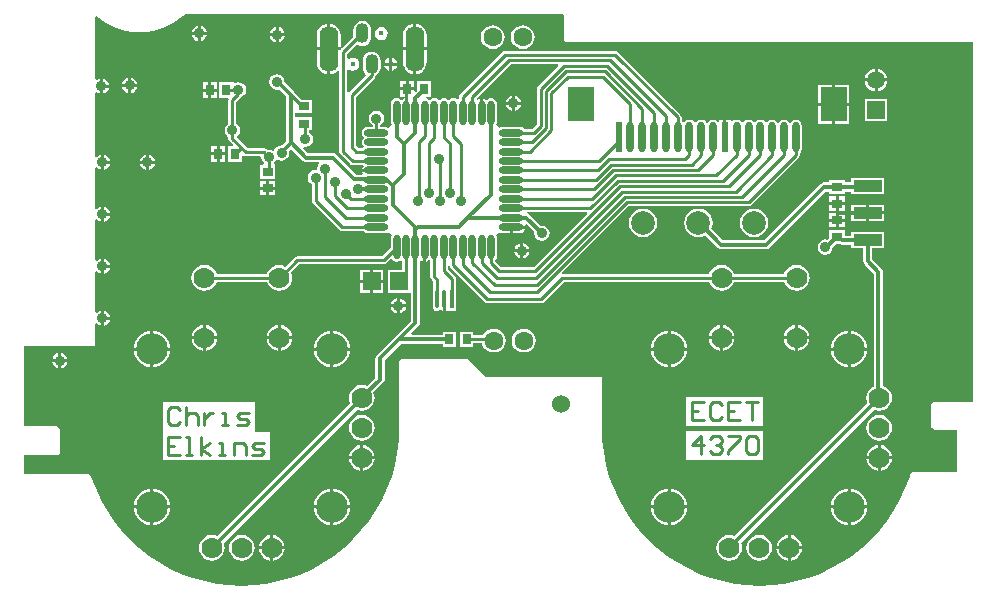
<source format=gtl>
%FSAX24Y24*%
%MOIN*%
G70*
G01*
G75*
G04 Layer_Physical_Order=1*
G04 Layer_Color=255*
%ADD10R,0.0600X0.0600*%
%ADD11R,0.0276X0.0354*%
%ADD12R,0.0354X0.0276*%
%ADD13R,0.0315X0.0354*%
%ADD14R,0.0354X0.0315*%
%ADD15R,0.0866X0.1142*%
%ADD16R,0.0236X0.1024*%
%ADD17O,0.0236X0.1024*%
%ADD18R,0.0118X0.0630*%
%ADD19O,0.0118X0.0630*%
%ADD20R,0.0945X0.1299*%
%ADD21R,0.0945X0.0394*%
%ADD22O,0.0807X0.0236*%
%ADD23O,0.0236X0.0807*%
%ADD24C,0.0139*%
%ADD25C,0.0100*%
%ADD26R,0.0630X0.1181*%
%ADD27R,0.1075X0.1126*%
%ADD28R,0.1299X0.1654*%
%ADD29C,0.0787*%
%ADD30O,0.0591X0.0866*%
%ADD31C,0.0600*%
%ADD32C,0.0630*%
%ADD33C,0.0700*%
%ADD34C,0.1057*%
%ADD35R,0.0591X0.0591*%
%ADD36C,0.0591*%
%ADD37O,0.0433X0.0669*%
%ADD38C,0.0157*%
%ADD39O,0.0630X0.1535*%
%ADD40C,0.0350*%
G36*
X019097Y019570D02*
Y018791D01*
X019107Y018741D01*
X019136Y018699D01*
X019178Y018670D01*
X019228Y018660D01*
X032719D01*
Y006679D01*
X031472D01*
X031422Y006669D01*
X031380Y006640D01*
X031351Y006597D01*
X031341Y006547D01*
X031341Y006547D01*
X031341Y006547D01*
Y005878D01*
X031341Y005878D01*
X031341D01*
X031351Y005828D01*
X031380Y005785D01*
X031422Y005757D01*
X031472Y005747D01*
X032207D01*
Y004316D01*
X030831D01*
X030816Y004326D01*
X030766Y004336D01*
X030716Y004326D01*
X030673Y004298D01*
X030645Y004255D01*
X030643Y004246D01*
X030640Y004244D01*
X030640D01*
X030622Y004178D01*
X030479Y003790D01*
X030306Y003415D01*
X030104Y003055D01*
X029874Y002711D01*
X029619Y002387D01*
X029338Y002083D01*
X029035Y001803D01*
X028710Y001547D01*
X028367Y001318D01*
X028006Y001116D01*
X027631Y000943D01*
X027244Y000800D01*
X026846Y000688D01*
X026441Y000607D01*
X026031Y000559D01*
X025618Y000542D01*
X025205Y000559D01*
X024795Y000607D01*
X024390Y000688D01*
X023992Y000800D01*
X023604Y000943D01*
X023229Y001116D01*
X022869Y001318D01*
X022525Y001547D01*
X022201Y001803D01*
X021898Y002083D01*
X021617Y002387D01*
X021361Y002711D01*
X021132Y003055D01*
X020930Y003415D01*
X020757Y003790D01*
X020614Y004178D01*
X020502Y004576D01*
X020421Y004981D01*
X020373Y005391D01*
X020361Y005684D01*
X020359Y005684D01*
X020352Y005718D01*
X020354Y005720D01*
X020354D01*
Y007492D01*
X018102D01*
X018097Y007495D01*
X018047Y007505D01*
X016487D01*
X015935Y008057D01*
X015893Y008086D01*
X015843Y008096D01*
X013736D01*
X013686Y008086D01*
X013643Y008057D01*
X013615Y008015D01*
X013605Y007965D01*
Y005799D01*
X013609Y005780D01*
X013593Y005389D01*
X013545Y004979D01*
X013464Y004574D01*
X013352Y004176D01*
X013209Y003788D01*
X013036Y003413D01*
X012834Y003053D01*
X012605Y002709D01*
X012349Y002385D01*
X012069Y002082D01*
X011765Y001801D01*
X011441Y001545D01*
X011097Y001316D01*
X010737Y001114D01*
X010362Y000941D01*
X009974Y000798D01*
X009576Y000686D01*
X009171Y000605D01*
X008761Y000557D01*
X008348Y000541D01*
X007935Y000557D01*
X007525Y000605D01*
X007120Y000686D01*
X006722Y000798D01*
X006335Y000941D01*
X005960Y001114D01*
X005599Y001316D01*
X005256Y001545D01*
X004931Y001801D01*
X004628Y002082D01*
X004348Y002385D01*
X004092Y002709D01*
X003862Y003053D01*
X003660Y003413D01*
X003487Y003788D01*
X003344Y004176D01*
X003342Y004184D01*
X003342D01*
X003342Y004184D01*
X003340Y004194D01*
X003311Y004237D01*
X003269Y004265D01*
X003219Y004275D01*
X003216Y004275D01*
X003205Y004277D01*
X001092D01*
Y004881D01*
X002181D01*
X002231Y004891D01*
X002274Y004919D01*
X002302Y004962D01*
X002312Y005012D01*
X002312Y005012D01*
X002312Y005012D01*
Y005012D01*
Y005720D01*
X002302Y005771D01*
X002274Y005813D01*
X002231Y005842D01*
X002181Y005852D01*
X001092D01*
Y008516D01*
X003480D01*
Y009273D01*
X003527Y009287D01*
X003534Y009278D01*
X003618Y009222D01*
X003667Y009212D01*
Y009461D01*
Y009709D01*
X003618Y009700D01*
X003534Y009644D01*
X003527Y009634D01*
X003480Y009649D01*
Y011005D01*
X003527Y011019D01*
X003534Y011010D01*
X003618Y010954D01*
X003667Y010944D01*
Y011193D01*
Y011442D01*
X003618Y011432D01*
X003534Y011376D01*
X003527Y011367D01*
X003480Y011381D01*
Y012737D01*
X003527Y012752D01*
X003534Y012742D01*
X003618Y012686D01*
X003667Y012676D01*
Y012925D01*
Y013174D01*
X003618Y013164D01*
X003534Y013108D01*
X003527Y013099D01*
X003480Y013113D01*
Y014470D01*
X003527Y014484D01*
X003534Y014475D01*
X003618Y014418D01*
X003667Y014409D01*
Y014657D01*
Y014906D01*
X003618Y014897D01*
X003534Y014840D01*
X003527Y014831D01*
X003480Y014845D01*
Y016974D01*
X003524Y016997D01*
X003582Y016958D01*
X003631Y016948D01*
Y017197D01*
Y017446D01*
X003582Y017436D01*
X003524Y017397D01*
X003480Y017420D01*
Y019499D01*
X003525Y019520D01*
X003604Y019450D01*
X003846Y019289D01*
X004107Y019160D01*
X004382Y019067D01*
X004667Y019010D01*
X004957Y018991D01*
X005247Y019010D01*
X005532Y019067D01*
X005807Y019160D01*
X006067Y019289D01*
X006309Y019450D01*
X006485Y019605D01*
X019062Y019605D01*
X019097Y019570D01*
D02*
G37*
%LPC*%
G36*
X005412Y009030D02*
Y008474D01*
X005968D01*
X005961Y008543D01*
X005926Y008658D01*
X005870Y008763D01*
X005794Y008856D01*
X005701Y008932D01*
X005596Y008988D01*
X005481Y009023D01*
X005412Y009030D01*
D02*
G37*
G36*
X011312D02*
X011243Y009023D01*
X011129Y008988D01*
X011023Y008932D01*
X010931Y008856D01*
X010855Y008763D01*
X010798Y008658D01*
X010764Y008543D01*
X010757Y008474D01*
X011312D01*
Y009030D01*
D02*
G37*
G36*
X005312D02*
X005243Y009023D01*
X005129Y008988D01*
X005023Y008932D01*
X004931Y008856D01*
X004855Y008763D01*
X004798Y008658D01*
X004764Y008543D01*
X004757Y008474D01*
X005312D01*
Y009030D01*
D02*
G37*
G36*
X027282Y008749D02*
X026906D01*
Y008373D01*
X026968Y008382D01*
X027073Y008425D01*
X027162Y008493D01*
X027231Y008583D01*
X027274Y008687D01*
X027282Y008749D01*
D02*
G37*
G36*
X026806D02*
X026430D01*
X026439Y008687D01*
X026482Y008583D01*
X026551Y008493D01*
X026640Y008425D01*
X026744Y008382D01*
X026806Y008373D01*
Y008749D01*
D02*
G37*
G36*
X011412Y009030D02*
Y008474D01*
X011968D01*
X011961Y008543D01*
X011926Y008658D01*
X011870Y008763D01*
X011794Y008856D01*
X011701Y008932D01*
X011596Y008988D01*
X011481Y009023D01*
X011412Y009030D01*
D02*
G37*
G36*
X028656D02*
Y008474D01*
X029212D01*
X029205Y008543D01*
X029170Y008658D01*
X029114Y008763D01*
X029038Y008856D01*
X028945Y008932D01*
X028840Y008988D01*
X028725Y009023D01*
X028656Y009030D01*
D02*
G37*
G36*
X007062Y009225D02*
X007000Y009217D01*
X006896Y009174D01*
X006806Y009105D01*
X006738Y009015D01*
X006694Y008911D01*
X006686Y008849D01*
X007062D01*
Y009225D01*
D02*
G37*
G36*
X028556Y009030D02*
X028487Y009023D01*
X028373Y008988D01*
X028267Y008932D01*
X028175Y008856D01*
X028099Y008763D01*
X028042Y008658D01*
X028008Y008543D01*
X028001Y008474D01*
X028556D01*
Y009030D01*
D02*
G37*
G36*
X022556D02*
X022487Y009023D01*
X022373Y008988D01*
X022267Y008932D01*
X022175Y008856D01*
X022099Y008763D01*
X022042Y008658D01*
X022008Y008543D01*
X022001Y008474D01*
X022556D01*
Y009030D01*
D02*
G37*
G36*
X022656D02*
Y008474D01*
X023212D01*
X023205Y008543D01*
X023170Y008658D01*
X023114Y008763D01*
X023038Y008856D01*
X022945Y008932D01*
X022840Y008988D01*
X022725Y009023D01*
X022656Y009030D01*
D02*
G37*
G36*
X024782Y008749D02*
X024406D01*
Y008373D01*
X024468Y008382D01*
X024573Y008425D01*
X024662Y008493D01*
X024731Y008583D01*
X024774Y008687D01*
X024782Y008749D01*
D02*
G37*
G36*
X002249Y008292D02*
X002200Y008282D01*
X002116Y008226D01*
X002060Y008142D01*
X002050Y008093D01*
X002249D01*
Y008292D01*
D02*
G37*
G36*
X002349D02*
Y008093D01*
X002548D01*
X002538Y008142D01*
X002482Y008226D01*
X002398Y008282D01*
X002349Y008292D01*
D02*
G37*
G36*
X029212Y008374D02*
X028656D01*
Y007819D01*
X028725Y007826D01*
X028840Y007860D01*
X028945Y007917D01*
X029038Y007993D01*
X029114Y008085D01*
X029170Y008191D01*
X029205Y008305D01*
X029212Y008374D01*
D02*
G37*
G36*
X023212D02*
X022656D01*
Y007819D01*
X022725Y007826D01*
X022840Y007860D01*
X022945Y007917D01*
X023038Y007993D01*
X023114Y008085D01*
X023170Y008191D01*
X023205Y008305D01*
X023212Y008374D01*
D02*
G37*
G36*
X028556D02*
X028001D01*
X028008Y008305D01*
X028042Y008191D01*
X028099Y008085D01*
X028175Y007993D01*
X028267Y007917D01*
X028373Y007860D01*
X028487Y007826D01*
X028556Y007819D01*
Y008374D01*
D02*
G37*
G36*
X017760Y009110D02*
X017657Y009096D01*
X017561Y009056D01*
X017479Y008993D01*
X017416Y008911D01*
X017376Y008815D01*
X017363Y008713D01*
X017376Y008610D01*
X017416Y008514D01*
X017479Y008432D01*
X017561Y008369D01*
X017657Y008329D01*
X017760Y008316D01*
X017863Y008329D01*
X017958Y008369D01*
X018041Y008432D01*
X018104Y008514D01*
X018143Y008610D01*
X018157Y008713D01*
X018143Y008815D01*
X018104Y008911D01*
X018041Y008993D01*
X017958Y009056D01*
X017863Y009096D01*
X017760Y009110D01*
D02*
G37*
G36*
X010038Y008749D02*
X009662D01*
Y008373D01*
X009724Y008382D01*
X009828Y008425D01*
X009918Y008493D01*
X009987Y008583D01*
X010030Y008687D01*
X010038Y008749D01*
D02*
G37*
G36*
X024306D02*
X023930D01*
X023939Y008687D01*
X023982Y008583D01*
X024051Y008493D01*
X024140Y008425D01*
X024244Y008382D01*
X024306Y008373D01*
Y008749D01*
D02*
G37*
G36*
X009562D02*
X009186D01*
X009194Y008687D01*
X009238Y008583D01*
X009306Y008493D01*
X009396Y008425D01*
X009500Y008382D01*
X009562Y008373D01*
Y008749D01*
D02*
G37*
G36*
X007062D02*
X006686D01*
X006694Y008687D01*
X006738Y008583D01*
X006806Y008493D01*
X006896Y008425D01*
X007000Y008382D01*
X007062Y008373D01*
Y008749D01*
D02*
G37*
G36*
X007538D02*
X007162D01*
Y008373D01*
X007224Y008382D01*
X007328Y008425D01*
X007418Y008493D01*
X007487Y008583D01*
X007530Y008687D01*
X007538Y008749D01*
D02*
G37*
G36*
X013072Y010631D02*
X012743D01*
Y010302D01*
X013072D01*
Y010631D01*
D02*
G37*
G36*
X012643Y011060D02*
X012314D01*
Y010731D01*
X012643D01*
Y011060D01*
D02*
G37*
G36*
Y010631D02*
X012314D01*
Y010302D01*
X012643D01*
Y010631D01*
D02*
G37*
G36*
X013529Y010123D02*
X013480Y010113D01*
X013396Y010057D01*
X013340Y009973D01*
X013330Y009924D01*
X013529D01*
Y010123D01*
D02*
G37*
G36*
X013629D02*
Y009924D01*
X013828D01*
X013818Y009973D01*
X013762Y010057D01*
X013678Y010113D01*
X013629Y010123D01*
D02*
G37*
G36*
X013072Y011060D02*
X012743D01*
Y010731D01*
X013072D01*
Y011060D01*
D02*
G37*
G36*
X021732Y013114D02*
X021609Y013098D01*
X021494Y013050D01*
X021395Y012975D01*
X021320Y012876D01*
X021272Y012761D01*
X021256Y012638D01*
X021272Y012514D01*
X021320Y012400D01*
X021395Y012301D01*
X021494Y012225D01*
X021609Y012178D01*
X021732Y012161D01*
X021856Y012178D01*
X021971Y012225D01*
X022069Y012301D01*
X022145Y012400D01*
X022193Y012514D01*
X022209Y012638D01*
X022193Y012761D01*
X022145Y012876D01*
X022069Y012975D01*
X021971Y013050D01*
X021856Y013098D01*
X021732Y013114D01*
D02*
G37*
G36*
X025433D02*
X025310Y013098D01*
X025195Y013050D01*
X025096Y012975D01*
X025020Y012876D01*
X024973Y012761D01*
X024957Y012638D01*
X024973Y012514D01*
X025020Y012400D01*
X025096Y012301D01*
X025195Y012225D01*
X025310Y012178D01*
X025433Y012161D01*
X025556Y012178D01*
X025671Y012225D01*
X025770Y012301D01*
X025846Y012400D01*
X025893Y012514D01*
X025910Y012638D01*
X025893Y012761D01*
X025846Y012876D01*
X025770Y012975D01*
X025671Y013050D01*
X025556Y013098D01*
X025433Y013114D01*
D02*
G37*
G36*
X028461Y012413D02*
X027949D01*
Y012135D01*
X027881Y012068D01*
X027811Y012082D01*
X027712Y012062D01*
X027628Y012006D01*
X027572Y011922D01*
X027552Y011823D01*
X027572Y011724D01*
X027628Y011640D01*
X027712Y011584D01*
X027811Y011564D01*
X027910Y011584D01*
X027994Y011640D01*
X028050Y011724D01*
X028070Y011823D01*
X028069Y011827D01*
X028183Y011941D01*
X028272D01*
X028304Y011919D01*
X028314Y011917D01*
X028362Y011908D01*
X028362Y011908D01*
X028677D01*
Y011783D01*
X029077D01*
Y011350D01*
X029077Y011350D01*
X029087Y011302D01*
X029089Y011292D01*
X029121Y011243D01*
X029121Y011243D01*
X029121Y011243D01*
Y011243D01*
X029431Y010933D01*
Y007191D01*
X029390Y007174D01*
X029301Y007105D01*
X029232Y007015D01*
X029189Y006911D01*
X029174Y006799D01*
X029189Y006687D01*
X029215Y006622D01*
X024783Y002190D01*
X024718Y002217D01*
X024606Y002232D01*
X024494Y002217D01*
X024390Y002174D01*
X024301Y002105D01*
X024232Y002015D01*
X024189Y001911D01*
X024174Y001799D01*
X024189Y001687D01*
X024232Y001583D01*
X024301Y001493D01*
X024390Y001425D01*
X024494Y001381D01*
X024606Y001367D01*
X024718Y001381D01*
X024823Y001425D01*
X024912Y001493D01*
X024981Y001583D01*
X025024Y001687D01*
X025039Y001799D01*
X025024Y001911D01*
X024997Y001976D01*
X029429Y006408D01*
X029494Y006381D01*
X029606Y006367D01*
X029718Y006381D01*
X029823Y006425D01*
X029912Y006493D01*
X029981Y006583D01*
X030024Y006687D01*
X030039Y006799D01*
X030024Y006911D01*
X029981Y007015D01*
X029912Y007105D01*
X029823Y007174D01*
X029734Y007210D01*
Y010996D01*
X029734Y010996D01*
X029722Y011054D01*
X029712Y011070D01*
X029690Y011103D01*
X029690Y011103D01*
X029380Y011413D01*
Y011783D01*
X029780D01*
Y012335D01*
X028677D01*
Y012210D01*
X028461D01*
Y012413D01*
D02*
G37*
G36*
X003965Y011143D02*
X003767D01*
Y010944D01*
X003816Y010954D01*
X003899Y011010D01*
X003956Y011094D01*
X003965Y011143D01*
D02*
G37*
G36*
X003767Y011442D02*
Y011243D01*
X003965D01*
X003956Y011292D01*
X003899Y011376D01*
X003816Y011432D01*
X003767Y011442D01*
D02*
G37*
G36*
X013828Y009824D02*
X013629D01*
Y009625D01*
X013678Y009635D01*
X013762Y009691D01*
X013818Y009775D01*
X013828Y009824D01*
D02*
G37*
G36*
X024306Y009225D02*
X024244Y009217D01*
X024140Y009174D01*
X024051Y009105D01*
X023982Y009015D01*
X023939Y008911D01*
X023930Y008849D01*
X024306D01*
Y009225D01*
D02*
G37*
G36*
X024406D02*
Y008849D01*
X024782D01*
X024774Y008911D01*
X024731Y009015D01*
X024662Y009105D01*
X024573Y009174D01*
X024468Y009217D01*
X024406Y009225D01*
D02*
G37*
G36*
X009662D02*
Y008849D01*
X010038D01*
X010030Y008911D01*
X009987Y009015D01*
X009918Y009105D01*
X009828Y009174D01*
X009724Y009217D01*
X009662Y009225D01*
D02*
G37*
G36*
X007162D02*
Y008849D01*
X007538D01*
X007530Y008911D01*
X007487Y009015D01*
X007418Y009105D01*
X007328Y009174D01*
X007224Y009217D01*
X007162Y009225D01*
D02*
G37*
G36*
X009562D02*
X009500Y009217D01*
X009396Y009174D01*
X009306Y009105D01*
X009238Y009015D01*
X009194Y008911D01*
X009186Y008849D01*
X009562D01*
Y009225D01*
D02*
G37*
G36*
X026806D02*
X026744Y009217D01*
X026640Y009174D01*
X026551Y009105D01*
X026482Y009015D01*
X026439Y008911D01*
X026430Y008849D01*
X026806D01*
Y009225D01*
D02*
G37*
G36*
X003767Y009709D02*
Y009511D01*
X003965D01*
X003956Y009560D01*
X003899Y009644D01*
X003816Y009700D01*
X003767Y009709D01*
D02*
G37*
G36*
X013529Y009824D02*
X013330D01*
X013340Y009775D01*
X013396Y009691D01*
X013480Y009635D01*
X013529Y009625D01*
Y009824D01*
D02*
G37*
G36*
X003965Y009411D02*
X003767D01*
Y009212D01*
X003816Y009222D01*
X003899Y009278D01*
X003956Y009362D01*
X003965Y009411D01*
D02*
G37*
G36*
X026906Y009225D02*
Y008849D01*
X027282D01*
X027274Y008911D01*
X027231Y009015D01*
X027162Y009105D01*
X027073Y009174D01*
X026968Y009217D01*
X026906Y009225D01*
D02*
G37*
G36*
X016760Y009110D02*
X016657Y009096D01*
X016561Y009056D01*
X016479Y008993D01*
X016416Y008911D01*
X016404Y008883D01*
X016079D01*
Y009008D01*
X015646D01*
Y008496D01*
X016079D01*
Y008621D01*
X016375D01*
X016376Y008610D01*
X016416Y008514D01*
X016479Y008432D01*
X016561Y008369D01*
X016657Y008329D01*
X016760Y008316D01*
X016863Y008329D01*
X016958Y008369D01*
X017041Y008432D01*
X017104Y008514D01*
X017143Y008610D01*
X017157Y008713D01*
X017143Y008815D01*
X017104Y008911D01*
X017041Y008993D01*
X016958Y009056D01*
X016863Y009096D01*
X016760Y009110D01*
D02*
G37*
G36*
X023212Y003124D02*
X022656D01*
Y002569D01*
X022725Y002575D01*
X022840Y002610D01*
X022945Y002667D01*
X023038Y002743D01*
X023114Y002835D01*
X023170Y002941D01*
X023205Y003055D01*
X023212Y003124D01*
D02*
G37*
G36*
X028556D02*
X028001D01*
X028008Y003055D01*
X028042Y002941D01*
X028099Y002835D01*
X028175Y002743D01*
X028267Y002667D01*
X028373Y002610D01*
X028487Y002575D01*
X028556Y002569D01*
Y003124D01*
D02*
G37*
G36*
X022556D02*
X022001D01*
X022008Y003055D01*
X022042Y002941D01*
X022099Y002835D01*
X022175Y002743D01*
X022267Y002667D01*
X022373Y002610D01*
X022487Y002575D01*
X022556Y002569D01*
Y003124D01*
D02*
G37*
G36*
X011312D02*
X010757D01*
X010764Y003055D01*
X010798Y002941D01*
X010855Y002835D01*
X010931Y002743D01*
X011023Y002667D01*
X011129Y002610D01*
X011243Y002575D01*
X011312Y002569D01*
Y003124D01*
D02*
G37*
G36*
X011968D02*
X011412D01*
Y002569D01*
X011481Y002575D01*
X011596Y002610D01*
X011701Y002667D01*
X011794Y002743D01*
X011870Y002835D01*
X011926Y002941D01*
X011961Y003055D01*
X011968Y003124D01*
D02*
G37*
G36*
X029212D02*
X028656D01*
Y002569D01*
X028725Y002575D01*
X028840Y002610D01*
X028945Y002667D01*
X029038Y002743D01*
X029114Y002835D01*
X029170Y002941D01*
X029205Y003055D01*
X029212Y003124D01*
D02*
G37*
G36*
X011412Y003780D02*
Y003224D01*
X011968D01*
X011961Y003293D01*
X011926Y003408D01*
X011870Y003513D01*
X011794Y003606D01*
X011701Y003682D01*
X011596Y003738D01*
X011481Y003773D01*
X011412Y003780D01*
D02*
G37*
G36*
X022556D02*
X022487Y003773D01*
X022373Y003738D01*
X022267Y003682D01*
X022175Y003606D01*
X022099Y003513D01*
X022042Y003408D01*
X022008Y003293D01*
X022001Y003224D01*
X022556D01*
Y003780D01*
D02*
G37*
G36*
X011312D02*
X011243Y003773D01*
X011129Y003738D01*
X011023Y003682D01*
X010931Y003606D01*
X010855Y003513D01*
X010798Y003408D01*
X010764Y003293D01*
X010757Y003224D01*
X011312D01*
Y003780D01*
D02*
G37*
G36*
X005312D02*
X005243Y003773D01*
X005129Y003738D01*
X005023Y003682D01*
X004931Y003606D01*
X004855Y003513D01*
X004798Y003408D01*
X004764Y003293D01*
X004757Y003224D01*
X005312D01*
Y003780D01*
D02*
G37*
G36*
X005412D02*
Y003224D01*
X005968D01*
X005961Y003293D01*
X005926Y003408D01*
X005870Y003513D01*
X005794Y003606D01*
X005701Y003682D01*
X005596Y003738D01*
X005481Y003773D01*
X005412Y003780D01*
D02*
G37*
G36*
X005968Y003124D02*
X005412D01*
Y002569D01*
X005481Y002575D01*
X005596Y002610D01*
X005701Y002667D01*
X005794Y002743D01*
X005870Y002835D01*
X005926Y002941D01*
X005961Y003055D01*
X005968Y003124D01*
D02*
G37*
G36*
X009788Y001749D02*
X009412D01*
Y001373D01*
X009474Y001381D01*
X009578Y001425D01*
X009668Y001493D01*
X009737Y001583D01*
X009780Y001687D01*
X009788Y001749D01*
D02*
G37*
G36*
X026556D02*
X026180D01*
X026189Y001687D01*
X026232Y001583D01*
X026301Y001493D01*
X026390Y001425D01*
X026494Y001381D01*
X026556Y001373D01*
Y001749D01*
D02*
G37*
G36*
X009312D02*
X008936D01*
X008945Y001687D01*
X008988Y001583D01*
X009056Y001493D01*
X009146Y001425D01*
X009250Y001381D01*
X009312Y001373D01*
Y001749D01*
D02*
G37*
G36*
X008362Y002232D02*
X008250Y002217D01*
X008146Y002174D01*
X008056Y002105D01*
X007988Y002015D01*
X007944Y001911D01*
X007930Y001799D01*
X007944Y001687D01*
X007988Y001583D01*
X008056Y001493D01*
X008146Y001425D01*
X008250Y001381D01*
X008362Y001367D01*
X008474Y001381D01*
X008578Y001425D01*
X008668Y001493D01*
X008737Y001583D01*
X008780Y001687D01*
X008795Y001799D01*
X008780Y001911D01*
X008737Y002015D01*
X008668Y002105D01*
X008578Y002174D01*
X008474Y002217D01*
X008362Y002232D01*
D02*
G37*
G36*
X025606D02*
X025494Y002217D01*
X025390Y002174D01*
X025301Y002105D01*
X025232Y002015D01*
X025189Y001911D01*
X025174Y001799D01*
X025189Y001687D01*
X025232Y001583D01*
X025301Y001493D01*
X025390Y001425D01*
X025494Y001381D01*
X025606Y001367D01*
X025718Y001381D01*
X025823Y001425D01*
X025912Y001493D01*
X025981Y001583D01*
X026024Y001687D01*
X026039Y001799D01*
X026024Y001911D01*
X025981Y002015D01*
X025912Y002105D01*
X025823Y002174D01*
X025718Y002217D01*
X025606Y002232D01*
D02*
G37*
G36*
X027032Y001749D02*
X026656D01*
Y001373D01*
X026718Y001381D01*
X026823Y001425D01*
X026912Y001493D01*
X026981Y001583D01*
X027024Y001687D01*
X027032Y001749D01*
D02*
G37*
G36*
X026656Y002225D02*
Y001849D01*
X027032D01*
X027024Y001911D01*
X026981Y002015D01*
X026912Y002105D01*
X026823Y002174D01*
X026718Y002217D01*
X026656Y002225D01*
D02*
G37*
G36*
X005312Y003124D02*
X004757D01*
X004764Y003055D01*
X004798Y002941D01*
X004855Y002835D01*
X004931Y002743D01*
X005023Y002667D01*
X005129Y002610D01*
X005243Y002575D01*
X005312Y002569D01*
Y003124D01*
D02*
G37*
G36*
X026556Y002225D02*
X026494Y002217D01*
X026390Y002174D01*
X026301Y002105D01*
X026232Y002015D01*
X026189Y001911D01*
X026180Y001849D01*
X026556D01*
Y002225D01*
D02*
G37*
G36*
X009312D02*
X009250Y002217D01*
X009146Y002174D01*
X009056Y002105D01*
X008988Y002015D01*
X008945Y001911D01*
X008936Y001849D01*
X009312D01*
Y002225D01*
D02*
G37*
G36*
X009412D02*
Y001849D01*
X009788D01*
X009780Y001911D01*
X009737Y002015D01*
X009668Y002105D01*
X009578Y002174D01*
X009474Y002217D01*
X009412Y002225D01*
D02*
G37*
G36*
X025736Y006830D02*
X023180D01*
Y005872D01*
X025736D01*
Y006830D01*
D02*
G37*
G36*
X002249Y007993D02*
X002050D01*
X002060Y007944D01*
X002116Y007860D01*
X002200Y007804D01*
X002249Y007795D01*
Y007993D01*
D02*
G37*
G36*
X008791Y006668D02*
X005735D01*
Y005711D01*
X005735Y005711D01*
X005735Y005672D01*
X005735D01*
Y004715D01*
X009291D01*
Y005672D01*
X008791D01*
Y005711D01*
X008791D01*
Y006668D01*
D02*
G37*
G36*
X012362Y006232D02*
X012250Y006217D01*
X012146Y006174D01*
X012056Y006105D01*
X011988Y006015D01*
X011945Y005911D01*
X011930Y005799D01*
X011945Y005687D01*
X011988Y005583D01*
X012056Y005493D01*
X012146Y005425D01*
X012250Y005381D01*
X012362Y005367D01*
X012474Y005381D01*
X012578Y005425D01*
X012668Y005493D01*
X012737Y005583D01*
X012780Y005687D01*
X012795Y005799D01*
X012780Y005911D01*
X012737Y006015D01*
X012668Y006105D01*
X012578Y006174D01*
X012474Y006217D01*
X012362Y006232D01*
D02*
G37*
G36*
X029606D02*
X029494Y006217D01*
X029390Y006174D01*
X029301Y006105D01*
X029232Y006015D01*
X029189Y005911D01*
X029174Y005799D01*
X029189Y005687D01*
X029232Y005583D01*
X029301Y005493D01*
X029390Y005425D01*
X029494Y005381D01*
X029606Y005367D01*
X029718Y005381D01*
X029823Y005425D01*
X029912Y005493D01*
X029981Y005583D01*
X030024Y005687D01*
X030039Y005799D01*
X030024Y005911D01*
X029981Y006015D01*
X029912Y006105D01*
X029823Y006174D01*
X029718Y006217D01*
X029606Y006232D01*
D02*
G37*
G36*
X002548Y007993D02*
X002349D01*
Y007795D01*
X002398Y007804D01*
X002482Y007860D01*
X002538Y007944D01*
X002548Y007993D01*
D02*
G37*
G36*
X011968Y008374D02*
X011412D01*
Y007819D01*
X011481Y007826D01*
X011596Y007860D01*
X011701Y007917D01*
X011794Y007993D01*
X011870Y008085D01*
X011926Y008191D01*
X011961Y008305D01*
X011968Y008374D01*
D02*
G37*
G36*
X022556D02*
X022001D01*
X022008Y008305D01*
X022042Y008191D01*
X022099Y008085D01*
X022175Y007993D01*
X022267Y007917D01*
X022373Y007860D01*
X022487Y007826D01*
X022556Y007819D01*
Y008374D01*
D02*
G37*
G36*
X011312D02*
X010757D01*
X010764Y008305D01*
X010798Y008191D01*
X010855Y008085D01*
X010931Y007993D01*
X011023Y007917D01*
X011129Y007860D01*
X011243Y007826D01*
X011312Y007819D01*
Y008374D01*
D02*
G37*
G36*
X005312D02*
X004757D01*
X004764Y008305D01*
X004798Y008191D01*
X004855Y008085D01*
X004931Y007993D01*
X005023Y007917D01*
X005129Y007860D01*
X005243Y007826D01*
X005312Y007819D01*
Y008374D01*
D02*
G37*
G36*
X005968D02*
X005412D01*
Y007819D01*
X005481Y007826D01*
X005596Y007860D01*
X005701Y007917D01*
X005794Y007993D01*
X005870Y008085D01*
X005926Y008191D01*
X005961Y008305D01*
X005968Y008374D01*
D02*
G37*
G36*
X029656Y005225D02*
Y004849D01*
X030032D01*
X030024Y004911D01*
X029981Y005015D01*
X029912Y005105D01*
X029823Y005174D01*
X029718Y005217D01*
X029656Y005225D01*
D02*
G37*
G36*
X012312Y004749D02*
X011936D01*
X011945Y004687D01*
X011988Y004583D01*
X012056Y004493D01*
X012146Y004425D01*
X012250Y004381D01*
X012312Y004373D01*
Y004749D01*
D02*
G37*
G36*
X012788D02*
X012412D01*
Y004373D01*
X012474Y004381D01*
X012578Y004425D01*
X012668Y004493D01*
X012737Y004583D01*
X012780Y004687D01*
X012788Y004749D01*
D02*
G37*
G36*
X028656Y003780D02*
Y003224D01*
X029212D01*
X029205Y003293D01*
X029170Y003408D01*
X029114Y003513D01*
X029038Y003606D01*
X028945Y003682D01*
X028840Y003738D01*
X028725Y003773D01*
X028656Y003780D01*
D02*
G37*
G36*
X022656D02*
Y003224D01*
X023212D01*
X023205Y003293D01*
X023170Y003408D01*
X023114Y003513D01*
X023038Y003606D01*
X022945Y003682D01*
X022840Y003738D01*
X022725Y003773D01*
X022656Y003780D01*
D02*
G37*
G36*
X028556D02*
X028487Y003773D01*
X028373Y003738D01*
X028267Y003682D01*
X028175Y003606D01*
X028099Y003513D01*
X028042Y003408D01*
X028008Y003293D01*
X028001Y003224D01*
X028556D01*
Y003780D01*
D02*
G37*
G36*
X029556Y004749D02*
X029180D01*
X029189Y004687D01*
X029232Y004583D01*
X029301Y004493D01*
X029390Y004425D01*
X029494Y004381D01*
X029556Y004373D01*
Y004749D01*
D02*
G37*
G36*
X012412Y005225D02*
Y004849D01*
X012788D01*
X012780Y004911D01*
X012737Y005015D01*
X012668Y005105D01*
X012578Y005174D01*
X012474Y005217D01*
X012412Y005225D01*
D02*
G37*
G36*
X029556D02*
X029494Y005217D01*
X029390Y005174D01*
X029301Y005105D01*
X029232Y005015D01*
X029189Y004911D01*
X029180Y004849D01*
X029556D01*
Y005225D01*
D02*
G37*
G36*
X012312D02*
X012250Y005217D01*
X012146Y005174D01*
X012056Y005105D01*
X011988Y005015D01*
X011945Y004911D01*
X011936Y004849D01*
X012312D01*
Y005225D01*
D02*
G37*
G36*
X030032Y004749D02*
X029656D01*
Y004373D01*
X029718Y004381D01*
X029823Y004425D01*
X029912Y004493D01*
X029981Y004583D01*
X030024Y004687D01*
X030032Y004749D01*
D02*
G37*
G36*
X025736Y005700D02*
X023180D01*
Y004743D01*
X025736D01*
Y005700D01*
D02*
G37*
G36*
X031462Y012915D02*
X030961D01*
Y012236D01*
X031462D01*
Y012915D01*
D02*
G37*
G36*
X013824Y017354D02*
X013638D01*
Y017148D01*
X013824D01*
Y017354D01*
D02*
G37*
G36*
X014110D02*
X013924D01*
Y017148D01*
X014110D01*
Y017354D01*
D02*
G37*
G36*
X007535Y017315D02*
X007349D01*
Y017109D01*
X007535D01*
Y017315D01*
D02*
G37*
G36*
X029875Y017352D02*
X029554D01*
Y017031D01*
X029602Y017037D01*
X029693Y017075D01*
X029771Y017135D01*
X029831Y017213D01*
X029868Y017304D01*
X029875Y017352D01*
D02*
G37*
G36*
X007249Y017315D02*
X007063D01*
Y017109D01*
X007249D01*
Y017315D01*
D02*
G37*
G36*
X024415Y017347D02*
X024366Y017337D01*
X024282Y017281D01*
X024226Y017197D01*
X024216Y017148D01*
X024415D01*
Y017347D01*
D02*
G37*
G36*
X004672Y017465D02*
Y017267D01*
X004871D01*
X004861Y017316D01*
X004805Y017399D01*
X004721Y017456D01*
X004672Y017465D01*
D02*
G37*
G36*
X029454Y017772D02*
X029406Y017766D01*
X029315Y017728D01*
X029237Y017668D01*
X029177Y017590D01*
X029140Y017499D01*
X029133Y017452D01*
X029454D01*
Y017772D01*
D02*
G37*
G36*
X004572Y017465D02*
X004523Y017456D01*
X004439Y017399D01*
X004383Y017316D01*
X004373Y017267D01*
X004572D01*
Y017465D01*
D02*
G37*
G36*
X024515Y017347D02*
Y017148D01*
X024713D01*
X024704Y017197D01*
X024648Y017281D01*
X024564Y017337D01*
X024515Y017347D01*
D02*
G37*
G36*
X003731Y017446D02*
Y017247D01*
X003930D01*
X003920Y017296D01*
X003864Y017380D01*
X003780Y017436D01*
X003731Y017446D01*
D02*
G37*
G36*
X029454Y017352D02*
X029133D01*
X029140Y017304D01*
X029177Y017213D01*
X029237Y017135D01*
X029315Y017075D01*
X029406Y017037D01*
X029454Y017031D01*
Y017352D01*
D02*
G37*
G36*
X028037Y017236D02*
X027575D01*
Y016637D01*
X028037D01*
Y017236D01*
D02*
G37*
G36*
X028598D02*
X028137D01*
Y016637D01*
X028598D01*
Y017236D01*
D02*
G37*
G36*
X009415Y016619D02*
X009366Y016609D01*
X009282Y016553D01*
X009253Y016510D01*
X009204D01*
X009175Y016553D01*
X009091Y016609D01*
X009042Y016619D01*
Y016370D01*
X008992D01*
Y016320D01*
X008743D01*
X008753Y016271D01*
X008809Y016187D01*
X008852Y016158D01*
Y016109D01*
X008809Y016081D01*
X008753Y015997D01*
X008743Y015948D01*
X008992D01*
Y015898D01*
X009042D01*
Y015649D01*
X009091Y015659D01*
X009175Y015715D01*
X009204Y015758D01*
X009253D01*
X009282Y015715D01*
X009366Y015659D01*
X009415Y015649D01*
Y015898D01*
X009464D01*
Y015948D01*
X009713D01*
X009704Y015997D01*
X009647Y016081D01*
X009605Y016109D01*
Y016158D01*
X009647Y016187D01*
X009704Y016271D01*
X009713Y016320D01*
X009464D01*
Y016370D01*
X009415D01*
Y016619D01*
D02*
G37*
G36*
X008942D02*
X008893Y016609D01*
X008809Y016553D01*
X008753Y016469D01*
X008743Y016420D01*
X008942D01*
Y016619D01*
D02*
G37*
G36*
X009515D02*
Y016420D01*
X009713D01*
X009704Y016469D01*
X009647Y016553D01*
X009564Y016609D01*
X009515Y016619D01*
D02*
G37*
G36*
X024713Y017048D02*
X024216D01*
X024226Y016999D01*
X024282Y016915D01*
X024325Y016887D01*
Y016838D01*
X024282Y016809D01*
X024226Y016725D01*
X024216Y016676D01*
X024713D01*
X024704Y016725D01*
X024648Y016809D01*
X024605Y016838D01*
Y016887D01*
X024648Y016915D01*
X024704Y016999D01*
X024713Y017048D01*
D02*
G37*
G36*
X004572Y017167D02*
X004373D01*
X004383Y017118D01*
X004439Y017034D01*
X004523Y016978D01*
X004572Y016968D01*
Y017167D01*
D02*
G37*
G36*
X004871D02*
X004672D01*
Y016968D01*
X004721Y016978D01*
X004805Y017034D01*
X004861Y017118D01*
X004871Y017167D01*
D02*
G37*
G36*
X003930Y017147D02*
X003731D01*
Y016948D01*
X003780Y016958D01*
X003864Y017014D01*
X003920Y017098D01*
X003930Y017147D01*
D02*
G37*
G36*
X007249Y017009D02*
X007063D01*
Y016803D01*
X007249D01*
Y017009D01*
D02*
G37*
G36*
X007535D02*
X007349D01*
Y016803D01*
X007535D01*
Y017009D01*
D02*
G37*
G36*
X029554Y017772D02*
Y017452D01*
X029875D01*
X029868Y017499D01*
X029831Y017590D01*
X029771Y017668D01*
X029693Y017728D01*
X029602Y017766D01*
X029554Y017772D01*
D02*
G37*
G36*
X009792Y018859D02*
X009593D01*
Y018661D01*
X009642Y018670D01*
X009726Y018727D01*
X009782Y018810D01*
X009792Y018859D01*
D02*
G37*
G36*
X006895Y018899D02*
X006696D01*
X006706Y018850D01*
X006762Y018766D01*
X006846Y018710D01*
X006895Y018700D01*
Y018899D01*
D02*
G37*
G36*
X009493Y018859D02*
X009295D01*
X009304Y018810D01*
X009360Y018727D01*
X009444Y018670D01*
X009493Y018661D01*
Y018859D01*
D02*
G37*
G36*
X014180Y019280D02*
Y018487D01*
X014527D01*
Y018890D01*
X014513Y018993D01*
X014474Y019088D01*
X014411Y019171D01*
X014328Y019234D01*
X014233Y019273D01*
X014180Y019280D01*
D02*
G37*
G36*
X012378Y019365D02*
X012301Y019355D01*
X012229Y019325D01*
X012167Y019278D01*
X012120Y019216D01*
X012090Y019144D01*
X012080Y019067D01*
Y018837D01*
X011698Y018455D01*
X011653Y018474D01*
Y018408D01*
X011639Y018387D01*
X011306D01*
Y017594D01*
X011359Y017601D01*
X011454Y017640D01*
X011537Y017703D01*
X011570Y017747D01*
X011617Y017731D01*
Y015012D01*
X011627Y014962D01*
X011655Y014919D01*
X011655Y014919D01*
X011655D01*
Y014919D01*
X011655Y014919D01*
X011970Y014604D01*
X012013Y014576D01*
X012063Y014566D01*
X012395D01*
X012413Y014538D01*
X012422Y014522D01*
X012380Y014459D01*
X012374Y014432D01*
X012851D01*
Y014332D01*
X012374D01*
X012380Y014305D01*
X012390Y014290D01*
X012367Y014246D01*
X012176D01*
X011505Y014918D01*
X011456Y014951D01*
X011446Y014953D01*
X011398Y014962D01*
X011398Y014962D01*
X010574D01*
X010408Y015129D01*
X010431Y015172D01*
X010480Y015163D01*
X010579Y015182D01*
X010663Y015238D01*
X010719Y015322D01*
X010739Y015421D01*
X010719Y015520D01*
X010663Y015604D01*
X010612Y015639D01*
Y015720D01*
X010705D01*
Y016154D01*
X010193D01*
Y016154D01*
X010182D01*
X010147Y016188D01*
Y016311D01*
X010193D01*
Y016311D01*
X010705D01*
Y016744D01*
X010368D01*
X010103Y017009D01*
X010103Y017009D01*
X009787Y017324D01*
X009782Y017353D01*
X009777Y017359D01*
X009763Y017434D01*
X009707Y017518D01*
X009623Y017574D01*
X009524Y017593D01*
X009425Y017574D01*
X009341Y017518D01*
X009285Y017434D01*
X009265Y017335D01*
X009285Y017236D01*
X009341Y017152D01*
X009425Y017096D01*
X009524Y017076D01*
X009594Y017090D01*
X009845Y016839D01*
Y015358D01*
X009712Y015226D01*
X009685Y015231D01*
X009586Y015211D01*
X009502Y015155D01*
X009446Y015071D01*
X009442Y015053D01*
X009397Y015034D01*
X009367Y015054D01*
X009268Y015074D01*
X009220Y015064D01*
X009219Y015065D01*
X009210Y015074D01*
X009203Y015085D01*
X009192Y015092D01*
X009183Y015101D01*
X009171Y015106D01*
X009160Y015113D01*
X009148Y015116D01*
X009136Y015121D01*
X009123Y015121D01*
X009110Y015123D01*
X008554D01*
X008179Y015499D01*
Y015503D01*
X008230Y015538D01*
X008286Y015621D01*
X008306Y015720D01*
X008286Y015819D01*
X008230Y015903D01*
X008179Y015938D01*
Y016670D01*
X008339Y016830D01*
X008347Y016832D01*
X008431Y016888D01*
X008487Y016972D01*
X008507Y017071D01*
X008487Y017170D01*
X008431Y017254D01*
X008347Y017310D01*
X008248Y017330D01*
X008149Y017310D01*
X008126Y017294D01*
X008087Y017315D01*
Y017315D01*
X008087Y017315D01*
X007614D01*
Y016803D01*
X007893D01*
X007924Y016765D01*
X007916Y016724D01*
Y015938D01*
X007864Y015903D01*
X007808Y015819D01*
X007789Y015720D01*
X007808Y015621D01*
X007864Y015538D01*
X007916Y015503D01*
Y015445D01*
X007926Y015395D01*
X007954Y015352D01*
X007954Y015352D01*
X007954D01*
Y015352D01*
X007954Y015352D01*
X008072Y015234D01*
X008053Y015189D01*
X007890D01*
Y014677D01*
X008362D01*
Y014881D01*
X008407Y014899D01*
X008407Y014899D01*
Y014899D01*
X008450Y014871D01*
X008500Y014861D01*
X008979D01*
X009011Y014823D01*
X009009Y014815D01*
X009029Y014716D01*
X009085Y014632D01*
X009094Y014626D01*
X009080Y014579D01*
X008972D01*
Y014106D01*
X009484D01*
Y014579D01*
X009456D01*
X009441Y014626D01*
X009451Y014632D01*
X009507Y014716D01*
X009510Y014735D01*
X009556Y014754D01*
X009586Y014733D01*
X009685Y014714D01*
X009784Y014733D01*
X009868Y014790D01*
X009924Y014873D01*
X009944Y014972D01*
X009934Y015020D01*
X010012Y015097D01*
X010405Y014704D01*
X010405Y014704D01*
X010438Y014682D01*
X010454Y014671D01*
X010512Y014660D01*
X010512Y014660D01*
X010927D01*
X010950Y014616D01*
X010899Y014540D01*
X010879Y014441D01*
X010880Y014435D01*
X010846Y014400D01*
X010823Y014404D01*
X010724Y014385D01*
X010640Y014329D01*
X010584Y014245D01*
X010564Y014146D01*
X010584Y014047D01*
X010640Y013963D01*
X010692Y013928D01*
Y013378D01*
X010702Y013328D01*
X010730Y013285D01*
X010730Y013285D01*
X010730D01*
Y013285D01*
X010730Y013285D01*
X011616Y012399D01*
X011616D01*
X011616Y012399D01*
X011616Y012399D01*
Y012399D01*
X011658Y012371D01*
X011709Y012361D01*
X012416D01*
X012423Y012350D01*
X012488Y012307D01*
X012565Y012291D01*
X013136D01*
X013213Y012307D01*
X013255Y012335D01*
X013363Y012228D01*
X013334Y012185D01*
X013319Y012108D01*
Y011808D01*
X013032Y011521D01*
X010213D01*
X010162Y011511D01*
X010120Y011483D01*
X009816Y011179D01*
X009724Y011217D01*
X009612Y011232D01*
X009500Y011217D01*
X009396Y011174D01*
X009306Y011105D01*
X009238Y011015D01*
X009203Y010930D01*
X007522D01*
X007487Y011015D01*
X007418Y011105D01*
X007328Y011174D01*
X007224Y011217D01*
X007112Y011232D01*
X007000Y011217D01*
X006896Y011174D01*
X006806Y011105D01*
X006738Y011015D01*
X006694Y010911D01*
X006680Y010799D01*
X006694Y010687D01*
X006738Y010583D01*
X006806Y010493D01*
X006896Y010425D01*
X007000Y010382D01*
X007112Y010367D01*
X007224Y010382D01*
X007328Y010425D01*
X007418Y010493D01*
X007487Y010583D01*
X007522Y010668D01*
X009203D01*
X009238Y010583D01*
X009306Y010493D01*
X009396Y010425D01*
X009500Y010382D01*
X009612Y010367D01*
X009724Y010382D01*
X009828Y010425D01*
X009918Y010493D01*
X009987Y010583D01*
X010030Y010687D01*
X010045Y010799D01*
X010030Y010911D01*
X009998Y010989D01*
X010267Y011258D01*
X013087D01*
X013137Y011268D01*
X013179Y011297D01*
X013179Y011297D01*
X013179Y011297D01*
X013310Y011428D01*
X013359Y011423D01*
X013378Y011395D01*
X013443Y011352D01*
X013520Y011337D01*
X013596Y011352D01*
X013660Y011394D01*
X013676Y011386D01*
X013703Y011368D01*
Y011060D01*
X013220D01*
Y010302D01*
X013977D01*
D01*
X013977D01*
X013998Y010281D01*
Y009366D01*
X013491Y008859D01*
X013491Y008859D01*
X012861Y008229D01*
X012829Y008180D01*
X012827Y008170D01*
X012817Y008122D01*
X012817Y008122D01*
Y007886D01*
X012817Y007886D01*
X012817Y007886D01*
Y007476D01*
X012533Y007192D01*
X012474Y007217D01*
X012362Y007232D01*
X012250Y007217D01*
X012146Y007174D01*
X012056Y007105D01*
X011988Y007015D01*
X011945Y006911D01*
X011930Y006799D01*
X011945Y006687D01*
X011971Y006622D01*
X007539Y002190D01*
X007474Y002217D01*
X007362Y002232D01*
X007250Y002217D01*
X007146Y002174D01*
X007056Y002105D01*
X006988Y002015D01*
X006945Y001911D01*
X006930Y001799D01*
X006945Y001687D01*
X006988Y001583D01*
X007056Y001493D01*
X007146Y001425D01*
X007250Y001381D01*
X007362Y001367D01*
X007474Y001381D01*
X007578Y001425D01*
X007668Y001493D01*
X007737Y001583D01*
X007780Y001687D01*
X007795Y001799D01*
X007780Y001911D01*
X007753Y001976D01*
X012185Y006408D01*
X012250Y006381D01*
X012362Y006367D01*
X012474Y006381D01*
X012578Y006425D01*
X012668Y006493D01*
X012737Y006583D01*
X012780Y006687D01*
X012795Y006799D01*
X012780Y006911D01*
X012751Y006982D01*
X013075Y007306D01*
X013076Y007306D01*
X013108Y007355D01*
X013120Y007413D01*
Y007886D01*
X013120Y007886D01*
Y008059D01*
X013661Y008601D01*
X015055D01*
Y008496D01*
X015488D01*
Y009008D01*
X015055D01*
Y008903D01*
X014028D01*
X014009Y008949D01*
X014257Y009196D01*
X014257Y009196D01*
X014279Y009229D01*
X014289Y009245D01*
X014301Y009303D01*
X014301Y009303D01*
Y011358D01*
X014344Y011381D01*
X014388Y011352D01*
X014415Y011347D01*
Y011823D01*
X014515D01*
Y011347D01*
X014541Y011352D01*
X014605Y011394D01*
X014621Y011386D01*
X014648Y011368D01*
Y010839D01*
X014658Y010788D01*
X014687Y010746D01*
X014727Y010705D01*
Y010393D01*
X014718Y010346D01*
Y009835D01*
X014728Y009781D01*
X014759Y009735D01*
X014805Y009705D01*
X014858Y009694D01*
X014912Y009705D01*
X014958Y009735D01*
X014962Y009741D01*
X015011D01*
X015015Y009735D01*
X015060Y009705D01*
X015064Y009704D01*
Y010091D01*
X015164D01*
Y009704D01*
X015168Y009705D01*
X015214Y009735D01*
X015214D01*
X015232Y009697D01*
Y009697D01*
X015508D01*
Y010484D01*
X015501D01*
Y010760D01*
X015491Y010810D01*
X015463Y010853D01*
X015226Y011090D01*
Y011350D01*
X015252Y011364D01*
X015278Y011350D01*
Y011232D01*
X015288Y011182D01*
X015317Y011139D01*
X016458Y009998D01*
X016458D01*
X016458Y009998D01*
X016458Y009998D01*
Y009998D01*
X016501Y009969D01*
X016551Y009959D01*
X018341D01*
X018391Y009969D01*
X018434Y009998D01*
X018434Y009998D01*
X018434Y009998D01*
X019104Y010668D01*
X023947D01*
X023982Y010583D01*
X024051Y010493D01*
X024140Y010425D01*
X024244Y010382D01*
X024356Y010367D01*
X024468Y010382D01*
X024573Y010425D01*
X024662Y010493D01*
X024731Y010583D01*
X024766Y010668D01*
X026447D01*
X026482Y010583D01*
X026551Y010493D01*
X026640Y010425D01*
X026744Y010382D01*
X026856Y010367D01*
X026968Y010382D01*
X027073Y010425D01*
X027162Y010493D01*
X027231Y010583D01*
X027274Y010687D01*
X027289Y010799D01*
X027274Y010911D01*
X027231Y011015D01*
X027162Y011105D01*
X027073Y011174D01*
X026968Y011217D01*
X026856Y011232D01*
X026744Y011217D01*
X026640Y011174D01*
X026551Y011105D01*
X026482Y011015D01*
X026447Y010930D01*
X024766D01*
X024731Y011015D01*
X024662Y011105D01*
X024573Y011174D01*
X024468Y011217D01*
X024356Y011232D01*
X024244Y011217D01*
X024140Y011174D01*
X024051Y011105D01*
X023982Y011015D01*
X023947Y010930D01*
X019058D01*
X019042Y010970D01*
X019041Y010977D01*
X021251Y013188D01*
X025252D01*
X025302Y013198D01*
X025345Y013226D01*
X026919Y014801D01*
X026920Y014801D01*
X026948Y014843D01*
X026958Y014894D01*
Y014942D01*
X026969Y014949D01*
X027012Y015014D01*
X027027Y015091D01*
Y015878D01*
X027012Y015955D01*
X026969Y016020D01*
X026904Y016063D01*
X026827Y016079D01*
X026750Y016063D01*
X026685Y016020D01*
X026655Y015975D01*
X026605D01*
X026575Y016020D01*
X026510Y016063D01*
X026433Y016079D01*
X026356Y016063D01*
X026291Y016020D01*
X026261Y015975D01*
X026212D01*
X026181Y016020D01*
X026116Y016063D01*
X026039Y016079D01*
X025963Y016063D01*
X025897Y016020D01*
X025867Y015975D01*
X025818D01*
X025788Y016020D01*
X025722Y016063D01*
X025646Y016079D01*
X025569Y016063D01*
X025504Y016020D01*
X025473Y015975D01*
X025424D01*
X025394Y016020D01*
X025329Y016063D01*
X025252Y016079D01*
X025175Y016063D01*
X025110Y016020D01*
X025080Y015975D01*
X025031D01*
X025000Y016020D01*
X024935Y016063D01*
X024858Y016079D01*
X024781Y016063D01*
X024716Y016020D01*
X024708Y016008D01*
X024661Y016022D01*
Y016075D01*
X024515D01*
Y015484D01*
X024415D01*
Y016075D01*
X024268D01*
Y016022D01*
X024221Y016008D01*
X024213Y016020D01*
X024148Y016063D01*
X024071Y016079D01*
X023994Y016063D01*
X023929Y016020D01*
X023899Y015975D01*
X023849D01*
X023819Y016020D01*
X023754Y016063D01*
X023677Y016079D01*
X023600Y016063D01*
X023535Y016020D01*
X023505Y015975D01*
X023456D01*
X023425Y016020D01*
X023360Y016063D01*
X023283Y016079D01*
X023207Y016063D01*
X023142Y016020D01*
X023111Y015975D01*
X023062D01*
X023032Y016020D01*
X023021Y016027D01*
Y016154D01*
X023011Y016204D01*
X022983Y016246D01*
X020903Y018326D01*
X020860Y018354D01*
X020810Y018364D01*
X017135D01*
X017085Y018354D01*
X017042Y018326D01*
X015632Y016916D01*
X015603Y016873D01*
X015593Y016823D01*
Y016766D01*
X015566Y016748D01*
X015550Y016739D01*
X015486Y016782D01*
X015409Y016797D01*
X015333Y016782D01*
X015268Y016738D01*
X015236D01*
X015171Y016782D01*
X015094Y016797D01*
X015018Y016782D01*
X014953Y016738D01*
X014921D01*
X014856Y016782D01*
X014780Y016797D01*
X014703Y016782D01*
X014638Y016738D01*
X014606D01*
X014541Y016782D01*
X014465Y016797D01*
Y016808D01*
X014499Y016843D01*
X014661D01*
Y017354D01*
X014189D01*
Y017037D01*
X014156Y017004D01*
X014110Y017022D01*
Y017048D01*
X013638D01*
Y016843D01*
X013812D01*
X013816Y016794D01*
X013835Y016797D01*
X013885Y016787D01*
Y016311D01*
X013785D01*
Y016787D01*
X013758Y016782D01*
X013693Y016738D01*
X013662D01*
X013596Y016782D01*
X013520Y016797D01*
X013443Y016782D01*
X013378Y016738D01*
X013334Y016673D01*
X013319Y016596D01*
Y016026D01*
X013334Y015949D01*
X013358Y015913D01*
X013248Y015803D01*
X013213Y015827D01*
X013136Y015842D01*
X012982D01*
Y015897D01*
X013033Y015931D01*
X013089Y016015D01*
X013109Y016114D01*
X013089Y016213D01*
X013033Y016297D01*
X012949Y016353D01*
X012850Y016373D01*
X012751Y016353D01*
X012667Y016297D01*
X012611Y016213D01*
X012592Y016114D01*
X012611Y016015D01*
X012667Y015931D01*
X012719Y015897D01*
Y015842D01*
X012565D01*
X012488Y015827D01*
X012423Y015784D01*
X012380Y015719D01*
X012364Y015642D01*
X012380Y015565D01*
X012423Y015500D01*
Y015469D01*
X012380Y015404D01*
X012364Y015327D01*
X012380Y015250D01*
X012422Y015186D01*
X012413Y015170D01*
X012395Y015143D01*
X012235D01*
X012155Y015224D01*
Y016847D01*
X012786Y017478D01*
X012814Y017521D01*
X012814Y017521D01*
D01*
D01*
D01*
X012842Y017549D01*
X012842D01*
X012842Y017549D01*
X012904Y017596D01*
X012951Y017658D01*
X012981Y017730D01*
X012991Y017807D01*
Y018043D01*
X012981Y018120D01*
X012951Y018192D01*
X012904Y018254D01*
X012842Y018301D01*
X012770Y018331D01*
X012693Y018341D01*
X012616Y018331D01*
X012544Y018301D01*
X012482Y018254D01*
X012435Y018192D01*
X012405Y018120D01*
X012395Y018043D01*
Y017807D01*
X012405Y017730D01*
X012435Y017658D01*
X012482Y017596D01*
X012485Y017549D01*
X011931Y016994D01*
X011926Y016988D01*
X011879Y017002D01*
Y017735D01*
X011923Y017759D01*
X011979Y017721D01*
X012063Y017704D01*
X012147Y017721D01*
X012219Y017769D01*
X012267Y017841D01*
X012284Y017925D01*
X012267Y018010D01*
X012219Y018081D01*
X012147Y018129D01*
X012063Y018146D01*
X011979Y018129D01*
X011923Y018092D01*
X011879Y018115D01*
Y018265D01*
X012206Y018591D01*
X012229Y018573D01*
X012301Y018543D01*
X012378Y018533D01*
X012455Y018543D01*
X012527Y018573D01*
X012589Y018620D01*
X012636Y018682D01*
X012666Y018754D01*
X012676Y018831D01*
Y019067D01*
X012666Y019144D01*
X012636Y019216D01*
X012589Y019278D01*
X012527Y019325D01*
X012455Y019355D01*
X012378Y019365D01*
D02*
G37*
G36*
X007194Y018899D02*
X006995D01*
Y018700D01*
X007044Y018710D01*
X007128Y018766D01*
X007184Y018850D01*
X007194Y018899D01*
D02*
G37*
G36*
X006895Y019198D02*
X006846Y019188D01*
X006762Y019132D01*
X006706Y019048D01*
X006696Y018999D01*
X006895D01*
Y019198D01*
D02*
G37*
G36*
X006995D02*
Y018999D01*
X007194D01*
X007184Y019048D01*
X007128Y019132D01*
X007044Y019188D01*
X006995Y019198D01*
D02*
G37*
G36*
X009593Y019158D02*
Y018959D01*
X009792D01*
X009782Y019008D01*
X009726Y019092D01*
X009642Y019148D01*
X009593Y019158D01*
D02*
G37*
G36*
X013008Y019170D02*
X012923Y019153D01*
X012852Y019105D01*
X012804Y019033D01*
X012787Y018949D01*
X012804Y018864D01*
X012852Y018793D01*
X012923Y018745D01*
X013008Y018728D01*
X013092Y018745D01*
X013164Y018793D01*
X013212Y018864D01*
X013229Y018949D01*
X013212Y019033D01*
X013164Y019105D01*
X013092Y019153D01*
X013008Y019170D01*
D02*
G37*
G36*
X009493Y019158D02*
X009444Y019148D01*
X009360Y019092D01*
X009304Y019008D01*
X009295Y018959D01*
X009493D01*
Y019158D01*
D02*
G37*
G36*
X014080Y019280D02*
X014027Y019273D01*
X013931Y019234D01*
X013849Y019171D01*
X013786Y019088D01*
X013746Y018993D01*
X013733Y018890D01*
Y018487D01*
X014080D01*
Y019280D01*
D02*
G37*
G36*
X013273Y017875D02*
X013112D01*
X013119Y017841D01*
X013167Y017769D01*
X013238Y017721D01*
X013273Y017714D01*
Y017875D01*
D02*
G37*
G36*
X013534D02*
X013373D01*
Y017714D01*
X013407Y017721D01*
X013479Y017769D01*
X013527Y017841D01*
X013534Y017875D01*
D02*
G37*
G36*
X014527Y018387D02*
X014180D01*
Y017594D01*
X014233Y017601D01*
X014328Y017640D01*
X014411Y017703D01*
X014474Y017786D01*
X014513Y017881D01*
X014527Y017984D01*
Y018387D01*
D02*
G37*
G36*
X011206D02*
X010859D01*
Y017984D01*
X010872Y017881D01*
X010912Y017786D01*
X010975Y017703D01*
X011057Y017640D01*
X011153Y017601D01*
X011206Y017594D01*
Y018387D01*
D02*
G37*
G36*
X014080D02*
X013733D01*
Y017984D01*
X013746Y017881D01*
X013786Y017786D01*
X013849Y017703D01*
X013931Y017640D01*
X014027Y017601D01*
X014080Y017594D01*
Y018387D01*
D02*
G37*
G36*
X013273Y018136D02*
X013238Y018129D01*
X013167Y018081D01*
X013119Y018010D01*
X013112Y017975D01*
X013273D01*
Y018136D01*
D02*
G37*
G36*
X011206Y019280D02*
X011153Y019273D01*
X011057Y019234D01*
X010975Y019171D01*
X010912Y019088D01*
X010872Y018993D01*
X010859Y018890D01*
Y018487D01*
X011206D01*
Y019280D01*
D02*
G37*
G36*
X011306D02*
Y018487D01*
X011653D01*
Y018890D01*
X011639Y018993D01*
X011600Y019088D01*
X011537Y019171D01*
X011454Y019234D01*
X011359Y019273D01*
X011306Y019280D01*
D02*
G37*
G36*
X017720Y019228D02*
X017618Y019214D01*
X017522Y019175D01*
X017440Y019112D01*
X017377Y019029D01*
X017337Y018933D01*
X017323Y018831D01*
X017337Y018728D01*
X017377Y018632D01*
X017440Y018550D01*
X017522Y018487D01*
X017618Y018447D01*
X017720Y018434D01*
X017823Y018447D01*
X017919Y018487D01*
X018001Y018550D01*
X018064Y018632D01*
X018104Y018728D01*
X018118Y018831D01*
X018104Y018933D01*
X018064Y019029D01*
X018001Y019112D01*
X017919Y019175D01*
X017823Y019214D01*
X017720Y019228D01*
D02*
G37*
G36*
X013373Y018136D02*
Y017975D01*
X013534D01*
X013527Y018010D01*
X013479Y018081D01*
X013407Y018129D01*
X013373Y018136D01*
D02*
G37*
G36*
X016720Y019228D02*
X016618Y019214D01*
X016522Y019175D01*
X016440Y019112D01*
X016377Y019029D01*
X016337Y018933D01*
X016323Y018831D01*
X016337Y018728D01*
X016377Y018632D01*
X016440Y018550D01*
X016522Y018487D01*
X016618Y018447D01*
X016720Y018434D01*
X016823Y018447D01*
X016919Y018487D01*
X017001Y018550D01*
X017064Y018632D01*
X017104Y018728D01*
X017118Y018831D01*
X017104Y018933D01*
X017064Y019029D01*
X017001Y019112D01*
X016919Y019175D01*
X016823Y019214D01*
X016720Y019228D01*
D02*
G37*
G36*
X024713Y016576D02*
X024515D01*
Y016377D01*
X024564Y016387D01*
X024648Y016443D01*
X024704Y016527D01*
X024713Y016576D01*
D02*
G37*
G36*
X028461Y013230D02*
X028255D01*
Y013043D01*
X028461D01*
Y013230D01*
D02*
G37*
G36*
X028155Y013516D02*
X027949D01*
Y013330D01*
X028155D01*
Y013516D01*
D02*
G37*
G36*
Y013230D02*
X027949D01*
Y013043D01*
X028155D01*
Y013230D01*
D02*
G37*
G36*
X031462Y013693D02*
X030961D01*
Y013015D01*
X031462D01*
Y013693D01*
D02*
G37*
G36*
X032063D02*
X031562D01*
Y013015D01*
X032063D01*
Y013693D01*
D02*
G37*
G36*
X009178Y014028D02*
X008972D01*
Y013841D01*
X009178D01*
Y014028D01*
D02*
G37*
G36*
X009484D02*
X009278D01*
Y013841D01*
X009484D01*
Y014028D01*
D02*
G37*
G36*
Y013741D02*
X009278D01*
Y013555D01*
X009484D01*
Y013741D01*
D02*
G37*
G36*
X028461Y013516D02*
X028255D01*
Y013330D01*
X028461D01*
Y013516D01*
D02*
G37*
G36*
X009178Y013741D02*
X008972D01*
Y013555D01*
X009178D01*
Y013741D01*
D02*
G37*
G36*
X029780Y013240D02*
X029278D01*
Y013015D01*
X029780D01*
Y013240D01*
D02*
G37*
G36*
X003965Y012875D02*
X003767D01*
Y012676D01*
X003816Y012686D01*
X003899Y012742D01*
X003956Y012826D01*
X003965Y012875D01*
D02*
G37*
G36*
X029178Y012915D02*
X028677D01*
Y012689D01*
X029178D01*
Y012915D01*
D02*
G37*
G36*
X028461Y012678D02*
X028255D01*
Y012492D01*
X028461D01*
Y012678D01*
D02*
G37*
G36*
X032063Y012915D02*
X031562D01*
Y012236D01*
X032063D01*
Y012915D01*
D02*
G37*
G36*
X028155Y012678D02*
X027949D01*
Y012492D01*
X028155D01*
Y012678D01*
D02*
G37*
G36*
X003767Y013174D02*
Y012975D01*
X003965D01*
X003956Y013024D01*
X003899Y013108D01*
X003816Y013164D01*
X003767Y013174D01*
D02*
G37*
G36*
X029178Y013240D02*
X028677D01*
Y013015D01*
X029178D01*
Y013240D01*
D02*
G37*
G36*
X028461Y012965D02*
X028255D01*
Y012778D01*
X028461D01*
Y012965D01*
D02*
G37*
G36*
X029780Y012915D02*
X029278D01*
Y012689D01*
X029780D01*
Y012915D01*
D02*
G37*
G36*
X028155Y012965D02*
X027949D01*
Y012778D01*
X028155D01*
Y012965D01*
D02*
G37*
G36*
X029780Y014146D02*
X028677D01*
Y013982D01*
X028461D01*
Y014067D01*
X027949D01*
Y013982D01*
X027772D01*
X027714Y013971D01*
X027665Y013938D01*
X027665Y013938D01*
X025780Y012053D01*
X024409D01*
X024015Y012447D01*
X024043Y012514D01*
X024059Y012638D01*
X024043Y012761D01*
X023995Y012876D01*
X023920Y012975D01*
X023821Y013050D01*
X023706Y013098D01*
X023583Y013114D01*
X023459Y013098D01*
X023344Y013050D01*
X023246Y012975D01*
X023170Y012876D01*
X023122Y012761D01*
X023106Y012638D01*
X023122Y012514D01*
X023170Y012400D01*
X023246Y012301D01*
X023344Y012225D01*
X023459Y012178D01*
X023583Y012161D01*
X023706Y012178D01*
X023812Y012222D01*
X024239Y011795D01*
D01*
X024239D01*
X024239Y011795D01*
X024239Y011795D01*
X024239D01*
D01*
X024239D01*
X024239Y011795D01*
Y011795D01*
X024239Y011795D01*
Y011795D01*
X024289Y011762D01*
X024298Y011760D01*
X024346Y011750D01*
X024346Y011750D01*
X025843D01*
X025843Y011750D01*
X025891Y011760D01*
X025900Y011762D01*
X025950Y011795D01*
X025950Y011795D01*
X025950Y011795D01*
X027834Y013679D01*
X027949D01*
Y013594D01*
X028461D01*
Y013679D01*
X028677D01*
Y013594D01*
X029780D01*
Y014146D01*
D02*
G37*
G36*
X008942Y015848D02*
X008743D01*
X008753Y015799D01*
X008809Y015715D01*
X008893Y015659D01*
X008942Y015649D01*
Y015848D01*
D02*
G37*
G36*
X009713D02*
X009515D01*
Y015649D01*
X009564Y015659D01*
X009647Y015715D01*
X009704Y015799D01*
X009713Y015848D01*
D02*
G37*
G36*
X007525Y015189D02*
X007339D01*
Y014983D01*
X007525D01*
Y015189D01*
D02*
G37*
G36*
X007811D02*
X007625D01*
Y014983D01*
X007811D01*
Y015189D01*
D02*
G37*
G36*
X029878Y016776D02*
X029130D01*
Y016028D01*
X029878D01*
Y016776D01*
D02*
G37*
G36*
X024415Y016576D02*
X024216D01*
X024226Y016527D01*
X024282Y016443D01*
X024366Y016387D01*
X024415Y016377D01*
Y016576D01*
D02*
G37*
G36*
X028037Y016537D02*
X027575D01*
Y015937D01*
X028037D01*
Y016537D01*
D02*
G37*
G36*
X028598D02*
X028137D01*
Y015937D01*
X028598D01*
Y016537D01*
D02*
G37*
G36*
X005461Y014607D02*
X005263D01*
Y014409D01*
X005312Y014418D01*
X005396Y014475D01*
X005452Y014558D01*
X005461Y014607D01*
D02*
G37*
G36*
X007525Y014883D02*
X007339D01*
Y014677D01*
X007525D01*
Y014883D01*
D02*
G37*
G36*
X003965Y014607D02*
X003767D01*
Y014409D01*
X003816Y014418D01*
X003899Y014475D01*
X003956Y014558D01*
X003965Y014607D01*
D02*
G37*
G36*
X005163Y014607D02*
X004964D01*
X004974Y014558D01*
X005030Y014475D01*
X005114Y014418D01*
X005163Y014409D01*
Y014607D01*
D02*
G37*
G36*
X003767Y014906D02*
Y014707D01*
X003965D01*
X003956Y014756D01*
X003899Y014840D01*
X003816Y014897D01*
X003767Y014906D01*
D02*
G37*
G36*
X005163Y014906D02*
X005114Y014897D01*
X005030Y014840D01*
X004974Y014756D01*
X004964Y014707D01*
X005163D01*
Y014906D01*
D02*
G37*
G36*
X005263D02*
Y014707D01*
X005461D01*
X005452Y014756D01*
X005396Y014840D01*
X005312Y014897D01*
X005263Y014906D01*
D02*
G37*
G36*
X007811Y014883D02*
X007625D01*
Y014677D01*
X007811D01*
Y014883D01*
D02*
G37*
%LPD*%
G36*
X019874Y012945D02*
X018095Y011167D01*
X016999D01*
X016801Y011365D01*
Y011388D01*
X016811Y011395D01*
X016855Y011461D01*
X016870Y011537D01*
Y012108D01*
X016855Y012185D01*
X016820Y012237D01*
X016924Y012342D01*
X016976Y012307D01*
X017053Y012291D01*
X017289D01*
Y012492D01*
X017338D01*
Y012542D01*
X017815D01*
X017810Y012567D01*
X017853Y012590D01*
X018111Y012333D01*
X018103Y012295D01*
X018123Y012196D01*
X018179Y012112D01*
X018263Y012056D01*
X018362Y012037D01*
X018461Y012056D01*
X018545Y012112D01*
X018601Y012196D01*
X018621Y012295D01*
X018601Y012394D01*
X018545Y012478D01*
X018461Y012534D01*
X018362Y012554D01*
X018325Y012547D01*
X017957Y012914D01*
X017908Y012947D01*
X017899Y012949D01*
X017850Y012958D01*
X017883Y012991D01*
X019855D01*
X019874Y012945D01*
D02*
G37*
G36*
X018915Y017876D02*
X018230Y017191D01*
X018202Y017149D01*
X018192Y017098D01*
Y015932D01*
X018032Y015773D01*
X017773D01*
X017766Y015784D01*
X017701Y015827D01*
X017624Y015842D01*
X017053D01*
X016976Y015827D01*
X016948Y015808D01*
X016836Y015920D01*
X016855Y015949D01*
X016870Y016026D01*
Y016596D01*
X016855Y016673D01*
X016811Y016738D01*
X016746Y016782D01*
X016669Y016797D01*
X016592Y016782D01*
X016527Y016738D01*
X016496D01*
X016431Y016782D01*
X016404Y016787D01*
Y016311D01*
X016304D01*
Y016787D01*
X016278Y016782D01*
X016214Y016739D01*
X016198Y016748D01*
X016171Y016766D01*
Y016768D01*
X017324Y017922D01*
X018896D01*
X018915Y017876D01*
D02*
G37*
%LPC*%
G36*
X017743Y011953D02*
Y011755D01*
X017942D01*
X017932Y011804D01*
X017876Y011888D01*
X017792Y011944D01*
X017743Y011953D01*
D02*
G37*
G36*
X017815Y012442D02*
X017389D01*
Y012291D01*
X017624D01*
X017701Y012307D01*
X017766Y012350D01*
X017809Y012415D01*
X017815Y012442D01*
D02*
G37*
G36*
X017666Y016576D02*
X017467D01*
Y016377D01*
X017516Y016387D01*
X017600Y016443D01*
X017656Y016527D01*
X017666Y016576D01*
D02*
G37*
G36*
X017643Y011953D02*
X017594Y011944D01*
X017510Y011888D01*
X017454Y011804D01*
X017444Y011755D01*
X017643D01*
Y011953D01*
D02*
G37*
G36*
X017367Y016875D02*
X017318Y016865D01*
X017234Y016809D01*
X017178Y016725D01*
X017169Y016676D01*
X017367D01*
Y016875D01*
D02*
G37*
G36*
X017467D02*
Y016676D01*
X017666D01*
X017656Y016725D01*
X017600Y016809D01*
X017516Y016865D01*
X017467Y016875D01*
D02*
G37*
G36*
X017367Y016576D02*
X017169D01*
X017178Y016527D01*
X017234Y016443D01*
X017318Y016387D01*
X017367Y016377D01*
Y016576D01*
D02*
G37*
G36*
X017942Y011655D02*
X017743D01*
Y011456D01*
X017792Y011466D01*
X017876Y011522D01*
X017932Y011606D01*
X017942Y011655D01*
D02*
G37*
G36*
X017643D02*
X017444D01*
X017454Y011606D01*
X017510Y011522D01*
X017594Y011466D01*
X017643Y011456D01*
Y011655D01*
D02*
G37*
%LPD*%
D10*
X012693Y010681D02*
D03*
X013598D02*
D03*
D11*
X015862Y008752D02*
D03*
X015272D02*
D03*
D12*
X010449Y016528D02*
D03*
Y015937D02*
D03*
D13*
X007299Y017059D02*
D03*
X007850D02*
D03*
X008126Y014933D02*
D03*
X007575D02*
D03*
X013874Y017098D02*
D03*
X014425D02*
D03*
D14*
X028205Y012177D02*
D03*
Y012728D02*
D03*
X028205Y013831D02*
D03*
Y013280D02*
D03*
X009228Y014343D02*
D03*
Y013791D02*
D03*
D15*
X019661Y016587D02*
D03*
X028087D02*
D03*
D16*
X020921Y015484D02*
D03*
X024465D02*
D03*
D17*
X021315D02*
D03*
X021709D02*
D03*
X022102D02*
D03*
X022496D02*
D03*
X022890D02*
D03*
X023283D02*
D03*
X023677D02*
D03*
X024071D02*
D03*
X024858D02*
D03*
X025252D02*
D03*
X025646D02*
D03*
X026039D02*
D03*
X026433D02*
D03*
X026827D02*
D03*
D18*
X015370Y010091D02*
D03*
D19*
X015114D02*
D03*
X014858D02*
D03*
D20*
X031512Y012965D02*
D03*
D21*
X029228Y012059D02*
D03*
Y012965D02*
D03*
Y013870D02*
D03*
D22*
X012850Y015642D02*
D03*
Y015327D02*
D03*
Y015012D02*
D03*
Y014697D02*
D03*
Y014382D02*
D03*
Y014067D02*
D03*
Y013752D02*
D03*
Y013437D02*
D03*
Y013122D02*
D03*
Y012807D02*
D03*
Y012492D02*
D03*
X017339D02*
D03*
Y012807D02*
D03*
Y013122D02*
D03*
Y013437D02*
D03*
Y013752D02*
D03*
Y014067D02*
D03*
Y014382D02*
D03*
Y014697D02*
D03*
Y015012D02*
D03*
Y015327D02*
D03*
Y015642D02*
D03*
D23*
X013520Y011823D02*
D03*
X013835D02*
D03*
X014150D02*
D03*
X014465D02*
D03*
X014780D02*
D03*
X015094D02*
D03*
X015409D02*
D03*
X015724D02*
D03*
X016039D02*
D03*
X016354D02*
D03*
X016669D02*
D03*
Y016311D02*
D03*
X016354D02*
D03*
X016039D02*
D03*
X015724D02*
D03*
X015409D02*
D03*
X015094D02*
D03*
X014780D02*
D03*
X014465D02*
D03*
X014150D02*
D03*
X013835D02*
D03*
X013520D02*
D03*
D24*
X024346Y011902D02*
X025843D01*
X023598Y012650D02*
X024346Y011902D01*
X023598Y012650D02*
Y012768D01*
X014220Y012504D02*
X015602D01*
X012850Y014067D02*
X013198D01*
X013402Y013862D01*
X012850Y013752D02*
X013184D01*
Y013752D01*
X013177D02*
X013184D01*
X012220Y013752D02*
X013177D01*
X013177Y013752D01*
X009693Y014992D02*
X009996Y015295D01*
X012154Y013818D02*
X012220Y013752D01*
X012154Y013769D02*
Y013818D01*
X017339Y012807D02*
X017850D01*
X012968Y008122D02*
X013598Y008752D01*
X012968Y007886D02*
Y008122D01*
X012968Y007886D02*
X012968Y007886D01*
X012968Y007413D02*
Y007886D01*
X013598Y008752D02*
X015272D01*
X013598D02*
X014150Y009303D01*
Y011823D01*
X027850Y011823D02*
X027850D01*
X028205Y012177D01*
X012417Y006862D02*
X012968Y007413D01*
X028283Y012138D02*
X028362Y012059D01*
X029228D01*
X029583Y006862D02*
Y010996D01*
X029228Y011350D02*
X029583Y010996D01*
X029228Y011350D02*
Y012059D01*
X028205Y013831D02*
X029268D01*
X027772D02*
X028205D01*
X025843Y011902D02*
X027772Y013831D01*
X014150Y016311D02*
Y016783D01*
X014425Y017059D02*
Y017138D01*
X014150Y016783D02*
X014425Y017059D01*
X024606Y001799D02*
X029591Y006783D01*
X007362Y001799D02*
X012339Y006776D01*
X013402Y013909D02*
X013756Y014264D01*
Y015248D01*
X013520Y015484D02*
X013756Y015248D01*
X013520Y015484D02*
Y016311D01*
X016669Y013571D02*
Y016311D01*
X015913Y012815D02*
X015921Y012807D01*
X013756Y015248D02*
X014150Y015642D01*
Y016311D01*
X015602Y012504D02*
X015606D01*
X014150Y011862D02*
Y012433D01*
X015913Y012815D02*
X016669Y013571D01*
X015602Y012504D02*
X015913Y012815D01*
X017850Y012807D02*
X018362Y012295D01*
X015921Y012807D02*
X017417D01*
X014150Y012433D02*
X014220Y012504D01*
X013402Y013239D02*
Y013862D01*
Y013239D02*
X014177Y012465D01*
X009996Y015327D02*
X010512Y014811D01*
X012154Y013769D02*
X012157Y013772D01*
X012220D01*
X012822Y014095D02*
X012850Y014067D01*
X009642Y017256D02*
Y017295D01*
Y017256D02*
X009996Y016902D01*
Y015327D02*
Y016902D01*
X010370Y016528D01*
X010429D01*
X010512Y014811D02*
X011398D01*
X012114Y014095D01*
X012822D01*
D25*
X008244Y017063D02*
X008248Y017059D01*
X007894Y017075D02*
X007898Y017071D01*
X008248D01*
X011748Y018319D02*
X012378Y018949D01*
X011748Y015012D02*
Y018319D01*
Y015012D02*
X012063Y014697D01*
X009622Y010799D02*
X010213Y011390D01*
X015409Y011232D02*
Y011665D01*
Y011232D02*
X016551Y010091D01*
X015724Y011232D02*
Y011705D01*
Y011232D02*
X016630Y010327D01*
X016039Y011311D02*
Y011783D01*
Y011311D02*
X016787Y010563D01*
X016354Y011311D02*
Y011862D01*
Y011311D02*
X016866Y010799D01*
X016669Y011311D02*
X016945Y011035D01*
X016669Y011311D02*
Y011783D01*
X028205Y012768D02*
Y013280D01*
X028205Y012965D02*
X029228D01*
X023283Y014894D02*
Y015248D01*
X023677Y014894D02*
Y015130D01*
X024071Y014894D02*
Y015169D01*
X024858Y014894D02*
Y015169D01*
X025252Y014894D02*
Y015209D01*
X026827Y014894D02*
X026827D01*
X025252Y013319D02*
X026827Y014894D01*
X026433D02*
Y015484D01*
X026433Y014894D02*
X026433D01*
X026039D02*
X026039D01*
X026827D02*
Y015484D01*
X026039Y014894D02*
Y015484D01*
X025646Y014894D02*
Y015484D01*
X013835Y017177D02*
X013874Y017217D01*
X012181Y015012D02*
X012811D01*
X012024Y015169D02*
X012181Y015012D01*
X012024Y015169D02*
Y016902D01*
X012693Y017571D01*
Y017925D01*
X012063Y014697D02*
X012890D01*
X013835Y016311D02*
Y017177D01*
X014858Y010130D02*
Y010760D01*
X014780Y010839D02*
X014858Y010760D01*
X014780Y010839D02*
Y011823D01*
X015094Y011035D02*
Y011823D01*
Y011035D02*
X015370Y010760D01*
Y010091D02*
Y010760D01*
X010823Y013378D02*
Y014146D01*
Y013378D02*
X011709Y012492D01*
X012850D01*
X011827Y012807D02*
X012850D01*
X011453Y013535D02*
Y013949D01*
Y013535D02*
X011866Y013122D01*
X012850D01*
X011768Y013673D02*
X012004Y013437D01*
X012850D01*
X010480Y015528D02*
Y015843D01*
X015862Y008752D02*
X016748D01*
X016748Y008752D01*
X008126Y014933D02*
X008146D01*
X008346Y015134D01*
X014465Y015516D02*
Y016311D01*
X014772Y016303D02*
X014780Y016311D01*
X014268Y013512D02*
Y015319D01*
X014465Y015516D01*
X015094Y015484D02*
Y016272D01*
X014772Y015476D02*
Y016303D01*
X015409Y015524D02*
Y016311D01*
X024356Y010799D02*
X026856D01*
X026866D01*
X013835Y010720D02*
Y011823D01*
X010213Y011390D02*
X013087D01*
X013520Y011823D01*
X019050Y010799D02*
X024346D01*
X025038Y013499D02*
X026433Y014894D01*
X024825Y013679D02*
X026039Y014894D01*
X024611Y013859D02*
X025646Y014894D01*
X024397Y014039D02*
X025252Y014894D01*
X024183Y014219D02*
X024858Y014894D01*
X023576Y014399D02*
X024071Y014894D01*
X023362Y014579D02*
X023677Y014894D01*
X023149Y014759D02*
X023283Y014894D01*
X018341Y010091D02*
X019050Y010799D01*
X016551Y010091D02*
X018341D01*
X016630Y010327D02*
X018205D01*
X016787Y010563D02*
X018186D01*
X016866Y010799D02*
X018168D01*
X016945Y011035D02*
X018150D01*
X017417Y013122D02*
X019982D01*
X017417Y013437D02*
X020042D01*
X017417Y013752D02*
X020103D01*
X017417Y014067D02*
X020163D01*
X017457Y014382D02*
X020223D01*
X017378Y014697D02*
X020284D01*
X020874Y015287D02*
X020921D01*
X018205Y010327D02*
X021197Y013319D01*
X025252D01*
X018186Y010563D02*
X021122Y013499D01*
X025038D01*
X018168Y010799D02*
X021048Y013679D01*
X024825D01*
X018150Y011035D02*
X020973Y013859D01*
X024611D01*
X019982Y013122D02*
X020899Y014039D01*
X024397D01*
X020042Y013437D02*
X020824Y014219D01*
X024183D01*
X020103Y013752D02*
X020749Y014399D01*
X023576D01*
X020163Y014067D02*
X020675Y014579D01*
X023362D01*
X020223Y014382D02*
X020600Y014759D01*
X023149D01*
X020284Y014697D02*
X020874Y015287D01*
X018087Y015642D02*
X018323Y015878D01*
Y017098D01*
X018503Y015803D02*
Y017024D01*
X018683Y015729D02*
Y016949D01*
X019247Y017513D01*
X017339Y015012D02*
X017966D01*
X018683Y015729D01*
X017339Y015327D02*
X018026D01*
X018503Y015803D01*
Y017024D02*
X019172Y017693D01*
X017339Y015642D02*
X018087D01*
X018323Y017098D02*
X019098Y017873D01*
X016039Y016823D02*
X017270Y018053D01*
X015724Y016823D02*
X017135Y018233D01*
X016039Y016311D02*
Y016823D01*
X015724Y016311D02*
Y016823D01*
X019247Y017513D02*
X020388D01*
X021315Y016587D01*
Y015484D02*
Y016587D01*
X019172Y017693D02*
X020463D01*
X021709Y016447D01*
Y015484D02*
Y016447D01*
X019098Y017873D02*
X020538D01*
X022102Y016308D01*
Y015484D02*
Y016308D01*
X022890Y015484D02*
Y016154D01*
X017135Y018233D02*
X020810D01*
X022890Y016154D01*
X017270Y018053D02*
X020636D01*
X022496Y016193D01*
Y015484D02*
Y016193D01*
X007112Y010799D02*
X009612D01*
X009622D01*
X012850Y015681D02*
Y016114D01*
X014949Y014764D02*
X014957D01*
Y014744D02*
X014961Y014768D01*
X014583Y013650D02*
X014606Y013673D01*
Y015311D01*
X014772Y015476D01*
X015291Y013661D02*
X015311Y013681D01*
Y015268D01*
X015094Y015484D02*
X015311Y015268D01*
X015646Y013476D02*
X015665Y013496D01*
Y015268D01*
X015409Y015524D02*
X015665Y015268D01*
X014957Y013406D02*
Y014744D01*
X014933Y013402D02*
X014957Y013406D01*
X008500Y014992D02*
X009110D01*
X009268Y014756D01*
Y014472D02*
Y014756D01*
X011138Y013496D02*
X011827Y012807D01*
X011138Y013496D02*
Y014441D01*
X008047Y015445D02*
X008500Y014992D01*
X008047Y015445D02*
Y015661D01*
X008047Y015740D02*
X008047Y015661D01*
X008047Y015740D02*
Y016724D01*
X008047D02*
X008248Y016925D01*
Y017059D01*
X023658Y004921D02*
Y005521D01*
X023358Y005221D01*
X023758D01*
X023958Y005421D02*
X024058Y005521D01*
X024258D01*
X024358Y005421D01*
Y005321D01*
X024258Y005221D01*
X024158D01*
X024258D01*
X024358Y005121D01*
Y005021D01*
X024258Y004921D01*
X024058D01*
X023958Y005021D01*
X024558Y005521D02*
X024958D01*
Y005421D01*
X024558Y005021D01*
Y004921D01*
X025158Y005421D02*
X025258Y005521D01*
X025458D01*
X025558Y005421D01*
Y005021D01*
X025458Y004921D01*
X025258D01*
X025158Y005021D01*
Y005421D01*
X023758Y006651D02*
X023358D01*
Y006051D01*
X023758D01*
X023358Y006351D02*
X023558D01*
X024358Y006551D02*
X024258Y006651D01*
X024058D01*
X023958Y006551D01*
Y006151D01*
X024058Y006051D01*
X024258D01*
X024358Y006151D01*
X024958Y006651D02*
X024558D01*
Y006051D01*
X024958D01*
X024558Y006351D02*
X024758D01*
X025158Y006651D02*
X025558D01*
X025358D01*
Y006051D01*
X006313Y005494D02*
X005913D01*
Y004894D01*
X006313D01*
X005913Y005194D02*
X006113D01*
X006513Y004894D02*
X006713D01*
X006613D01*
Y005494D01*
X006513D01*
X007013Y004894D02*
Y005494D01*
Y005094D02*
X007313Y005294D01*
X007013Y005094D02*
X007313Y004894D01*
X007613D02*
X007813D01*
X007713D01*
Y005294D01*
X007613D01*
X008113Y004894D02*
Y005294D01*
X008413D01*
X008513Y005194D01*
Y004894D01*
X008712D02*
X009012D01*
X009112Y004994D01*
X009012Y005094D01*
X008812D01*
X008712Y005194D01*
X008812Y005294D01*
X009112D01*
X006313Y006390D02*
X006213Y006490D01*
X006013D01*
X005913Y006390D01*
Y005990D01*
X006013Y005890D01*
X006213D01*
X006313Y005990D01*
X006513Y006490D02*
Y005890D01*
Y006190D01*
X006613Y006290D01*
X006813D01*
X006913Y006190D01*
Y005890D01*
X007113Y006290D02*
Y005890D01*
Y006090D01*
X007213Y006190D01*
X007313Y006290D01*
X007413D01*
X007713Y005890D02*
X007913D01*
X007813D01*
Y006290D01*
X007713D01*
X008213Y005890D02*
X008513D01*
X008613Y005990D01*
X008513Y006090D01*
X008313D01*
X008213Y006190D01*
X008313Y006290D01*
X008613D01*
D26*
X024465Y016823D02*
D03*
D27*
X009191Y016154D02*
D03*
D28*
X031492Y012965D02*
D03*
D29*
X025433Y012638D02*
D03*
X023583D02*
D03*
X021732D02*
D03*
D30*
X014130Y018740D02*
D03*
Y018134D02*
D03*
Y018538D02*
D03*
Y018336D02*
D03*
X011256D02*
D03*
Y018538D02*
D03*
Y018134D02*
D03*
Y018740D02*
D03*
D31*
X018992Y006587D02*
D03*
D32*
X017720Y018831D02*
D03*
X016720D02*
D03*
X017760Y008713D02*
D03*
X016760D02*
D03*
D33*
X012362Y004799D02*
D03*
Y005799D02*
D03*
Y006799D02*
D03*
X007362Y001799D02*
D03*
X008362D02*
D03*
X009362D02*
D03*
X007112Y008799D02*
D03*
X009612D02*
D03*
X007112Y010799D02*
D03*
X009612D02*
D03*
X029606Y004799D02*
D03*
Y005799D02*
D03*
Y006799D02*
D03*
X024606Y001799D02*
D03*
X025606D02*
D03*
X026606D02*
D03*
X024356Y008799D02*
D03*
X026856D02*
D03*
X024356Y010799D02*
D03*
X026856D02*
D03*
D34*
X005362Y008424D02*
D03*
Y003174D02*
D03*
X011362D02*
D03*
Y008424D02*
D03*
X022606D02*
D03*
Y003174D02*
D03*
X028606D02*
D03*
Y008424D02*
D03*
D35*
X029504Y016402D02*
D03*
D36*
Y017402D02*
D03*
D37*
X012378Y018949D02*
D03*
X012693Y017925D02*
D03*
D38*
X013008Y018949D02*
D03*
X012063Y017925D02*
D03*
X013323D02*
D03*
D39*
X014130Y018437D02*
D03*
X011256D02*
D03*
D40*
X008248Y017071D02*
D03*
X010480Y015421D02*
D03*
X003681Y017197D02*
D03*
X017693Y011705D02*
D03*
X017417Y016626D02*
D03*
X027811Y011823D02*
D03*
X003717Y014657D02*
D03*
Y012925D02*
D03*
X004622Y017217D02*
D03*
X005213Y014657D02*
D03*
X013579Y009874D02*
D03*
X009543Y018909D02*
D03*
X006945Y018949D02*
D03*
X002299Y008043D02*
D03*
X012850Y016114D02*
D03*
X018362Y012295D02*
D03*
X014957Y013370D02*
D03*
X014949Y014764D02*
D03*
X015669Y013370D02*
D03*
X015313Y013638D02*
D03*
X014600D02*
D03*
X014244Y013370D02*
D03*
X009685Y014972D02*
D03*
X009268Y014815D02*
D03*
X012220Y013772D02*
D03*
X011138Y014441D02*
D03*
X011453Y013988D02*
D03*
X011827Y013594D02*
D03*
X010823Y014146D02*
D03*
X009524Y017335D02*
D03*
X008047Y015720D02*
D03*
X003717Y009461D02*
D03*
Y011193D02*
D03*
X024465Y017098D02*
D03*
Y016626D02*
D03*
X008992Y015898D02*
D03*
X009465D02*
D03*
X008992Y016370D02*
D03*
X009465D02*
D03*
M02*

</source>
